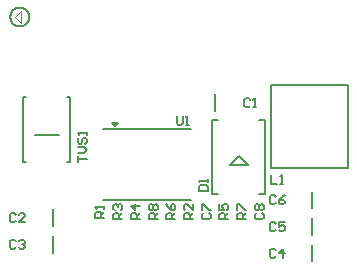
<source format=gto>
G04*
G04 #@! TF.GenerationSoftware,Altium Limited,Altium Designer,24.5.2 (23)*
G04*
G04 Layer_Color=65535*
%FSLAX44Y44*%
%MOMM*%
G71*
G04*
G04 #@! TF.SameCoordinates,B9E64D96-6C6B-41B8-AF92-246256EA7E35*
G04*
G04*
G04 #@! TF.FilePolarity,Positive*
G04*
G01*
G75*
%ADD10C,0.2000*%
%ADD11C,0.1524*%
%ADD12C,0.1000*%
%ADD13C,0.2032*%
D10*
X35000Y210000D02*
X34590Y212466D01*
X33440Y214685D01*
X31660Y216441D01*
X29426Y217562D01*
X26954Y217939D01*
X24487Y217534D01*
X22266Y216388D01*
X20507Y214611D01*
X19381Y212379D01*
X19000Y209908D01*
X19400Y207440D01*
X20543Y205217D01*
X22315Y203454D01*
X24546Y202325D01*
X27016Y201939D01*
X29484Y202334D01*
X31710Y203472D01*
X33476Y205241D01*
X34610Y207470D01*
X35000Y209939D01*
X240000Y82500D02*
Y152500D01*
X305000D01*
Y82500D02*
Y152500D01*
X240000Y82500D02*
X305000D01*
X192500Y130500D02*
Y144500D01*
X212500Y92500D02*
X220000Y85000D01*
X205000D02*
X212500Y92500D01*
X205000Y85000D02*
X220000D01*
X275000Y48000D02*
Y62000D01*
Y25500D02*
Y39500D01*
Y3000D02*
Y17000D01*
X97500Y55000D02*
X172500D01*
X97500Y115000D02*
X172500D01*
X105000Y120000D02*
X110000D01*
X107500Y117500D02*
X110000Y120000D01*
X107500Y117500D02*
X107500D01*
X105000Y120000D02*
X107500Y117500D01*
X70000Y87580D02*
Y142580D01*
X30000Y87580D02*
Y142580D01*
X67500Y87580D02*
X70000D01*
X67500Y142580D02*
X70000D01*
X30000Y87580D02*
X32500D01*
X30000Y142580D02*
X32500D01*
X40000Y110000D02*
X60000D01*
X55000Y33000D02*
Y47000D01*
Y10500D02*
Y24500D01*
D11*
X230000Y60000D02*
X235000D01*
X190000D02*
Y122500D01*
Y60000D02*
X195000D01*
X235000D02*
Y122500D01*
X230000D02*
X235000D01*
X190000D02*
X195000D01*
D12*
X23080Y210082D02*
X28080Y215082D01*
X23080Y210082D02*
X28080Y205082D01*
Y215082D01*
D13*
X143809Y38652D02*
X136191D01*
Y42461D01*
X137461Y43730D01*
X140000D01*
X141270Y42461D01*
Y38652D01*
Y41191D02*
X143809Y43730D01*
X137461Y46270D02*
X136191Y47539D01*
Y50078D01*
X137461Y51348D01*
X138730D01*
X140000Y50078D01*
X141270Y51348D01*
X142539D01*
X143809Y50078D01*
Y47539D01*
X142539Y46270D01*
X141270D01*
X140000Y47539D01*
X138730Y46270D01*
X137461D01*
X140000Y47539D02*
Y50078D01*
X218809Y38652D02*
X211191D01*
Y42461D01*
X212461Y43730D01*
X215000D01*
X216269Y42461D01*
Y38652D01*
Y41191D02*
X218809Y43730D01*
X211191Y46270D02*
Y51348D01*
X212461D01*
X217539Y46270D01*
X218809D01*
X158809Y38652D02*
X151191D01*
Y42461D01*
X152461Y43730D01*
X155000D01*
X156270Y42461D01*
Y38652D01*
Y41191D02*
X158809Y43730D01*
X151191Y51348D02*
X152461Y48809D01*
X155000Y46270D01*
X157539D01*
X158809Y47539D01*
Y50078D01*
X157539Y51348D01*
X156270D01*
X155000Y50078D01*
Y46270D01*
X203809Y38652D02*
X196191D01*
Y42461D01*
X197461Y43730D01*
X200000D01*
X201269Y42461D01*
Y38652D01*
Y41191D02*
X203809Y43730D01*
X196191Y51348D02*
Y46270D01*
X200000D01*
X198730Y48809D01*
Y50078D01*
X200000Y51348D01*
X202539D01*
X203809Y50078D01*
Y47539D01*
X202539Y46270D01*
X128809Y38652D02*
X121191D01*
Y42461D01*
X122461Y43730D01*
X125000D01*
X126270Y42461D01*
Y38652D01*
Y41191D02*
X128809Y43730D01*
Y50078D02*
X121191D01*
X125000Y46270D01*
Y51348D01*
X113809Y38652D02*
X106191D01*
Y42461D01*
X107461Y43730D01*
X110000D01*
X111270Y42461D01*
Y38652D01*
Y41191D02*
X113809Y43730D01*
X107461Y46270D02*
X106191Y47539D01*
Y50078D01*
X107461Y51348D01*
X108730D01*
X110000Y50078D01*
Y48809D01*
Y50078D01*
X111270Y51348D01*
X112539D01*
X113809Y50078D01*
Y47539D01*
X112539Y46270D01*
X173809Y38652D02*
X166191D01*
Y42461D01*
X167461Y43730D01*
X170000D01*
X171270Y42461D01*
Y38652D01*
Y41191D02*
X173809Y43730D01*
Y51348D02*
Y46270D01*
X168730Y51348D01*
X167461D01*
X166191Y50078D01*
Y47539D01*
X167461Y46270D01*
X98809Y39922D02*
X91191D01*
Y43730D01*
X92461Y45000D01*
X95000D01*
X96270Y43730D01*
Y39922D01*
Y42461D02*
X98809Y45000D01*
Y47539D02*
Y50078D01*
Y48809D01*
X91191D01*
X92461Y47539D01*
X239922Y76309D02*
Y68691D01*
X245000D01*
X247539D02*
X250078D01*
X248809D01*
Y76309D01*
X247539Y75039D01*
X178691Y62422D02*
X186309D01*
Y66230D01*
X185039Y67500D01*
X179961D01*
X178691Y66230D01*
Y62422D01*
X186309Y70039D02*
Y72578D01*
Y71309D01*
X178691D01*
X179961Y70039D01*
X227461Y43730D02*
X226191Y42461D01*
Y39922D01*
X227461Y38652D01*
X232539D01*
X233809Y39922D01*
Y42461D01*
X232539Y43730D01*
X227461Y46270D02*
X226191Y47539D01*
Y50078D01*
X227461Y51348D01*
X228730D01*
X230000Y50078D01*
X231270Y51348D01*
X232539D01*
X233809Y50078D01*
Y47539D01*
X232539Y46270D01*
X231270D01*
X230000Y47539D01*
X228730Y46270D01*
X227461D01*
X230000Y47539D02*
Y50078D01*
X182461Y43730D02*
X181191Y42461D01*
Y39922D01*
X182461Y38652D01*
X187539D01*
X188809Y39922D01*
Y42461D01*
X187539Y43730D01*
X181191Y46270D02*
Y51348D01*
X182461D01*
X187539Y46270D01*
X188809D01*
X243730Y57539D02*
X242461Y58809D01*
X239922D01*
X238652Y57539D01*
Y52461D01*
X239922Y51191D01*
X242461D01*
X243730Y52461D01*
X251348Y58809D02*
X248809Y57539D01*
X246270Y55000D01*
Y52461D01*
X247539Y51191D01*
X250078D01*
X251348Y52461D01*
Y53730D01*
X250078Y55000D01*
X246270D01*
X243730Y35039D02*
X242461Y36309D01*
X239922D01*
X238652Y35039D01*
Y29961D01*
X239922Y28691D01*
X242461D01*
X243730Y29961D01*
X251348Y36309D02*
X246270D01*
Y32500D01*
X248809Y33770D01*
X250078D01*
X251348Y32500D01*
Y29961D01*
X250078Y28691D01*
X247539D01*
X246270Y29961D01*
X243730Y12539D02*
X242461Y13809D01*
X239922D01*
X238652Y12539D01*
Y7461D01*
X239922Y6191D01*
X242461D01*
X243730Y7461D01*
X250078Y6191D02*
Y13809D01*
X246270Y10000D01*
X251348D01*
X222500Y140039D02*
X221230Y141309D01*
X218691D01*
X217422Y140039D01*
Y134961D01*
X218691Y133691D01*
X221230D01*
X222500Y134961D01*
X225039Y133691D02*
X227578D01*
X226309D01*
Y141309D01*
X225039Y140039D01*
X159922Y126309D02*
Y119961D01*
X161191Y118691D01*
X163730D01*
X165000Y119961D01*
Y126309D01*
X167539Y118691D02*
X170078D01*
X168809D01*
Y126309D01*
X167539Y125039D01*
X76191Y87304D02*
Y92382D01*
Y89843D01*
X83809D01*
X76191Y94922D02*
X81270D01*
X83809Y97461D01*
X81270Y100000D01*
X76191D01*
X77461Y107618D02*
X76191Y106348D01*
Y103809D01*
X77461Y102539D01*
X78730D01*
X80000Y103809D01*
Y106348D01*
X81270Y107618D01*
X82539D01*
X83809Y106348D01*
Y103809D01*
X82539Y102539D01*
X83809Y110157D02*
Y112696D01*
Y111426D01*
X76191D01*
X77461Y110157D01*
X23730Y20039D02*
X22461Y21309D01*
X19922D01*
X18652Y20039D01*
Y14961D01*
X19922Y13691D01*
X22461D01*
X23730Y14961D01*
X26270Y20039D02*
X27539Y21309D01*
X30078D01*
X31348Y20039D01*
Y18770D01*
X30078Y17500D01*
X28809D01*
X30078D01*
X31348Y16230D01*
Y14961D01*
X30078Y13691D01*
X27539D01*
X26270Y14961D01*
X23730Y42539D02*
X22461Y43809D01*
X19922D01*
X18652Y42539D01*
Y37461D01*
X19922Y36191D01*
X22461D01*
X23730Y37461D01*
X31348Y36191D02*
X26270D01*
X31348Y41270D01*
Y42539D01*
X30078Y43809D01*
X27539D01*
X26270Y42539D01*
M02*

</source>
